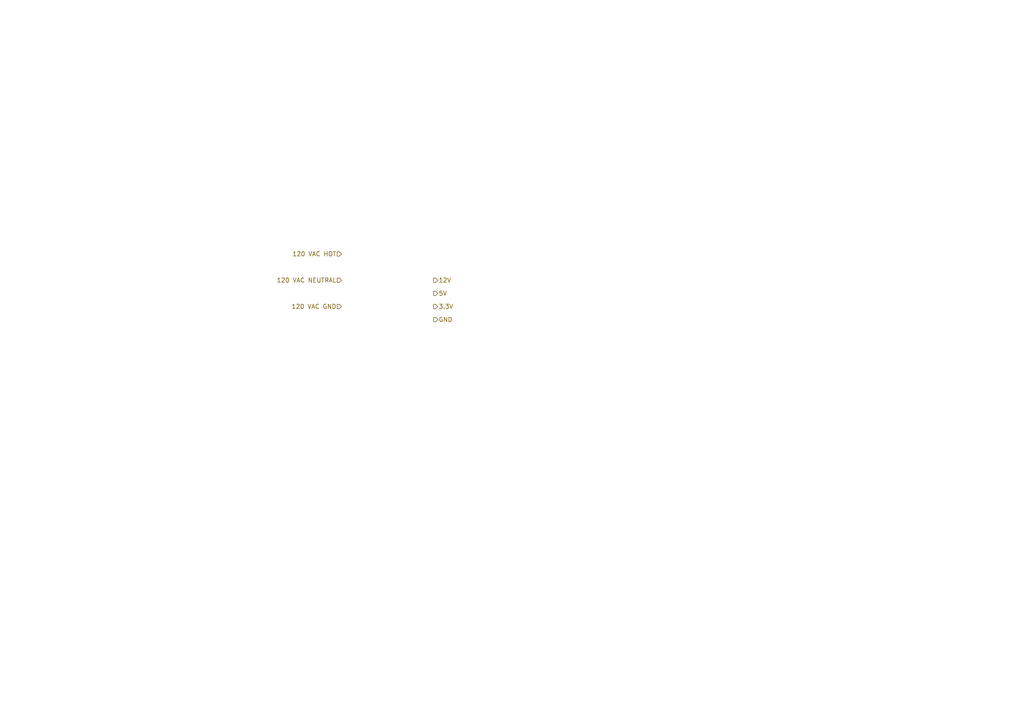
<source format=kicad_sch>
(kicad_sch
	(version 20231120)
	(generator "eeschema")
	(generator_version "8.0")
	(uuid "794db9ea-c28b-481e-9f60-7877b6fb3dd4")
	(paper "A4")
	(lib_symbols)
	(hierarchical_label "3.3V"
		(shape output)
		(at 125.73 88.9 0)
		(fields_autoplaced yes)
		(effects
			(font
				(size 1.27 1.27)
			)
			(justify left)
		)
		(uuid "5c36f063-6ac6-44b7-bea5-c7e930fe41cb")
	)
	(hierarchical_label "120 VAC HOT"
		(shape input)
		(at 99.06 73.66 180)
		(fields_autoplaced yes)
		(effects
			(font
				(size 1.27 1.27)
			)
			(justify right)
		)
		(uuid "63a2bb8a-afe1-407a-9657-7bb7b284008f")
	)
	(hierarchical_label "12V"
		(shape output)
		(at 125.73 81.28 0)
		(fields_autoplaced yes)
		(effects
			(font
				(size 1.27 1.27)
			)
			(justify left)
		)
		(uuid "67ba3b4f-7e42-4423-b0c2-b5bf0fdcac4a")
	)
	(hierarchical_label "GND"
		(shape output)
		(at 125.73 92.71 0)
		(fields_autoplaced yes)
		(effects
			(font
				(size 1.27 1.27)
			)
			(justify left)
		)
		(uuid "76b0c196-afcf-4647-b670-f1bbef93cf02")
	)
	(hierarchical_label "120 VAC NEUTRAL"
		(shape input)
		(at 99.06 81.28 180)
		(fields_autoplaced yes)
		(effects
			(font
				(size 1.27 1.27)
			)
			(justify right)
		)
		(uuid "8247df45-8a86-485d-b55b-da6eae5a1af1")
	)
	(hierarchical_label "5V"
		(shape output)
		(at 125.73 85.09 0)
		(fields_autoplaced yes)
		(effects
			(font
				(size 1.27 1.27)
			)
			(justify left)
		)
		(uuid "946aac35-9c9e-4316-b463-21cd6ab18cbc")
	)
	(hierarchical_label "120 VAC GND"
		(shape input)
		(at 99.06 88.9 180)
		(fields_autoplaced yes)
		(effects
			(font
				(size 1.27 1.27)
			)
			(justify right)
		)
		(uuid "eafc942f-36b4-45fd-9031-cd5b263a54e3")
	)
)

</source>
